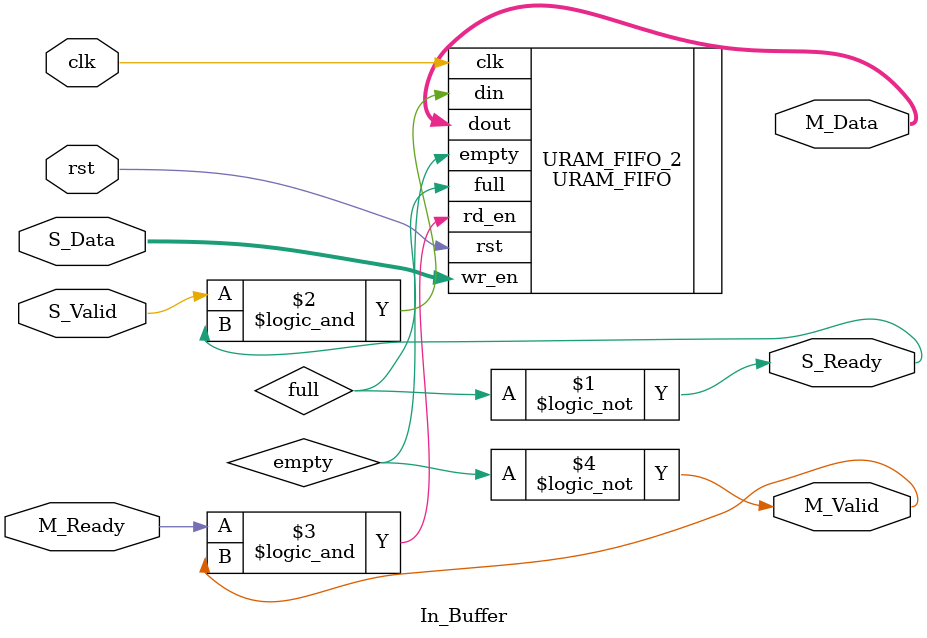
<source format=v>
`timescale 1ns / 1ps

module In_Buffer(
    input           clk,
    input           rst,
    input [255:0]   S_Data,
    input           S_Valid,
    output          S_Ready,
    
    output [255:0]  M_Data,
    output          M_Valid,
    input           M_Ready
);

wire empty;
wire full;

assign S_Ready = !full;

URAM_FIFO #(
    .DATA_WIDTH         (256),
    .FIFO_DEPTH         (65536),
    .DATA_COUNT_WIDTH   (17)
)URAM_FIFO_2(
    .clk            (clk),
    .rst            (rst),
    .wr_en          (S_Data),
    .din            (S_Valid && S_Ready),
    .rd_en          (M_Ready && M_Valid),
    .dout           (M_Data),
    .empty          (empty),
    .full           (full)
);
assign M_Valid = !empty;

endmodule

</source>
